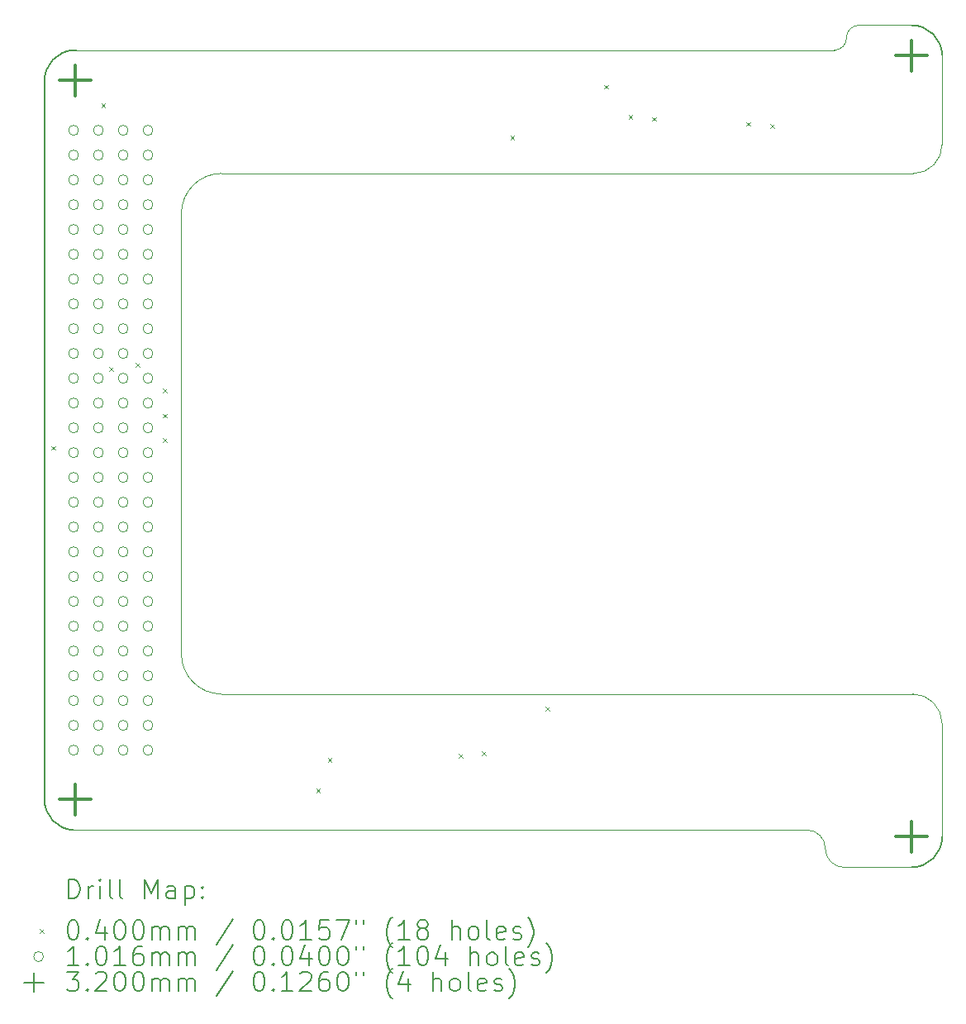
<source format=gbr>
%TF.GenerationSoftware,KiCad,Pcbnew,(6.0.7)*%
%TF.CreationDate,2022-08-26T15:30:51+08:00*%
%TF.ProjectId,adapter_board,61646170-7465-4725-9f62-6f6172642e6b,rev?*%
%TF.SameCoordinates,Original*%
%TF.FileFunction,Drillmap*%
%TF.FilePolarity,Positive*%
%FSLAX45Y45*%
G04 Gerber Fmt 4.5, Leading zero omitted, Abs format (unit mm)*
G04 Created by KiCad (PCBNEW (6.0.7)) date 2022-08-26 15:30:51*
%MOMM*%
%LPD*%
G01*
G04 APERTURE LIST*
%ADD10C,0.100000*%
%ADD11C,0.200000*%
%ADD12C,0.040000*%
%ADD13C,0.101600*%
%ADD14C,0.320000*%
G04 APERTURE END LIST*
D10*
X11337834Y-5223323D02*
X16323584Y-5223323D01*
X12821421Y-6486447D02*
X19907868Y-6487868D01*
D11*
X11309334Y-5223323D02*
X11337834Y-5223323D01*
D10*
X19903947Y-11820000D02*
X12820000Y-11820000D01*
D11*
X19891834Y-13595824D02*
G75*
G03*
X20204334Y-13278322I-2504J315004D01*
G01*
D10*
X12409289Y-11407868D02*
X12409289Y-6898579D01*
X19891834Y-13595822D02*
X19200000Y-13595822D01*
D11*
X11006828Y-12893322D02*
G75*
G03*
X11306835Y-13213322I310002J-9998D01*
G01*
D10*
X19350000Y-4968323D02*
G75*
G03*
X19223323Y-5100000I2500J-129177D01*
G01*
X20202920Y-12121789D02*
G75*
G03*
X19903947Y-11820000I-300380J1409D01*
G01*
D11*
X11309334Y-5223325D02*
G75*
G03*
X11006835Y-5548322I11246J-313745D01*
G01*
D10*
X19006678Y-13400000D02*
G75*
G03*
X19200000Y-13595822I194573J-1250D01*
G01*
X16323584Y-5223323D02*
X19100000Y-5223323D01*
X11306835Y-13213322D02*
X18820000Y-13213322D01*
D11*
X20204328Y-5278323D02*
G75*
G03*
X19889334Y-4968322I-312498J-2498D01*
G01*
D10*
X19889334Y-4968322D02*
X19350000Y-4968322D01*
X19907868Y-6487865D02*
G75*
G03*
X20204335Y-6187868I-1768J298235D01*
G01*
X19100000Y-5223323D02*
G75*
G03*
X19223323Y-5100000I0J123323D01*
G01*
X12821421Y-6486449D02*
G75*
G03*
X12409289Y-6898579I-1J-412131D01*
G01*
D11*
X11006835Y-12893322D02*
X11006835Y-5548323D01*
D10*
X12409290Y-11407868D02*
G75*
G03*
X12820000Y-11820000I411420J-712D01*
G01*
X19006678Y-13400000D02*
G75*
G03*
X18820000Y-13213322I-186678J0D01*
G01*
X20204334Y-13278322D02*
X20202913Y-12121789D01*
X20204335Y-5278322D02*
X20204335Y-6187868D01*
D11*
D12*
X11080000Y-9280000D02*
X11120000Y-9320000D01*
X11120000Y-9280000D02*
X11080000Y-9320000D01*
X11590000Y-5770000D02*
X11630000Y-5810000D01*
X11630000Y-5770000D02*
X11590000Y-5810000D01*
X11670000Y-8470000D02*
X11710000Y-8510000D01*
X11710000Y-8470000D02*
X11670000Y-8510000D01*
X11940000Y-8430000D02*
X11980000Y-8470000D01*
X11980000Y-8430000D02*
X11940000Y-8470000D01*
X12220000Y-8690000D02*
X12260000Y-8730000D01*
X12260000Y-8690000D02*
X12220000Y-8730000D01*
X12220000Y-8950000D02*
X12260000Y-8990000D01*
X12260000Y-8950000D02*
X12220000Y-8990000D01*
X12220000Y-9200000D02*
X12260000Y-9240000D01*
X12260000Y-9200000D02*
X12220000Y-9240000D01*
X13790000Y-12790000D02*
X13830000Y-12830000D01*
X13830000Y-12790000D02*
X13790000Y-12830000D01*
X13910000Y-12477450D02*
X13950000Y-12517450D01*
X13950000Y-12477450D02*
X13910000Y-12517450D01*
X15250000Y-12430000D02*
X15290000Y-12470000D01*
X15290000Y-12430000D02*
X15250000Y-12470000D01*
X15490000Y-12410000D02*
X15530000Y-12450000D01*
X15530000Y-12410000D02*
X15490000Y-12450000D01*
X15780000Y-6100000D02*
X15820000Y-6140000D01*
X15820000Y-6100000D02*
X15780000Y-6140000D01*
X16140000Y-11950000D02*
X16180000Y-11990000D01*
X16180000Y-11950000D02*
X16140000Y-11990000D01*
X16740000Y-5580000D02*
X16780000Y-5620000D01*
X16780000Y-5580000D02*
X16740000Y-5620000D01*
X16990000Y-5890000D02*
X17030000Y-5930000D01*
X17030000Y-5890000D02*
X16990000Y-5930000D01*
X17230000Y-5910000D02*
X17270000Y-5950000D01*
X17270000Y-5910000D02*
X17230000Y-5950000D01*
X18200000Y-5960000D02*
X18240000Y-6000000D01*
X18240000Y-5960000D02*
X18200000Y-6000000D01*
X18440000Y-5980000D02*
X18480000Y-6020000D01*
X18480000Y-5980000D02*
X18440000Y-6020000D01*
D13*
X11355800Y-6045000D02*
G75*
G03*
X11355800Y-6045000I-50800J0D01*
G01*
X11355800Y-6299000D02*
G75*
G03*
X11355800Y-6299000I-50800J0D01*
G01*
X11355800Y-6553000D02*
G75*
G03*
X11355800Y-6553000I-50800J0D01*
G01*
X11355800Y-6807000D02*
G75*
G03*
X11355800Y-6807000I-50800J0D01*
G01*
X11355800Y-7061000D02*
G75*
G03*
X11355800Y-7061000I-50800J0D01*
G01*
X11355800Y-7315000D02*
G75*
G03*
X11355800Y-7315000I-50800J0D01*
G01*
X11355800Y-7569000D02*
G75*
G03*
X11355800Y-7569000I-50800J0D01*
G01*
X11355800Y-7823000D02*
G75*
G03*
X11355800Y-7823000I-50800J0D01*
G01*
X11355800Y-8077000D02*
G75*
G03*
X11355800Y-8077000I-50800J0D01*
G01*
X11355800Y-8331000D02*
G75*
G03*
X11355800Y-8331000I-50800J0D01*
G01*
X11355800Y-8585000D02*
G75*
G03*
X11355800Y-8585000I-50800J0D01*
G01*
X11355800Y-8839000D02*
G75*
G03*
X11355800Y-8839000I-50800J0D01*
G01*
X11355800Y-9093000D02*
G75*
G03*
X11355800Y-9093000I-50800J0D01*
G01*
X11355800Y-9347000D02*
G75*
G03*
X11355800Y-9347000I-50800J0D01*
G01*
X11355800Y-9601000D02*
G75*
G03*
X11355800Y-9601000I-50800J0D01*
G01*
X11355800Y-9855000D02*
G75*
G03*
X11355800Y-9855000I-50800J0D01*
G01*
X11355800Y-10109000D02*
G75*
G03*
X11355800Y-10109000I-50800J0D01*
G01*
X11355800Y-10363000D02*
G75*
G03*
X11355800Y-10363000I-50800J0D01*
G01*
X11355800Y-10617000D02*
G75*
G03*
X11355800Y-10617000I-50800J0D01*
G01*
X11355800Y-10871000D02*
G75*
G03*
X11355800Y-10871000I-50800J0D01*
G01*
X11355800Y-11125000D02*
G75*
G03*
X11355800Y-11125000I-50800J0D01*
G01*
X11355800Y-11379000D02*
G75*
G03*
X11355800Y-11379000I-50800J0D01*
G01*
X11355800Y-11633000D02*
G75*
G03*
X11355800Y-11633000I-50800J0D01*
G01*
X11355800Y-11887000D02*
G75*
G03*
X11355800Y-11887000I-50800J0D01*
G01*
X11355800Y-12141000D02*
G75*
G03*
X11355800Y-12141000I-50800J0D01*
G01*
X11355800Y-12395000D02*
G75*
G03*
X11355800Y-12395000I-50800J0D01*
G01*
X11609800Y-6045000D02*
G75*
G03*
X11609800Y-6045000I-50800J0D01*
G01*
X11609800Y-6299000D02*
G75*
G03*
X11609800Y-6299000I-50800J0D01*
G01*
X11609800Y-6553000D02*
G75*
G03*
X11609800Y-6553000I-50800J0D01*
G01*
X11609800Y-6807000D02*
G75*
G03*
X11609800Y-6807000I-50800J0D01*
G01*
X11609800Y-7061000D02*
G75*
G03*
X11609800Y-7061000I-50800J0D01*
G01*
X11609800Y-7315000D02*
G75*
G03*
X11609800Y-7315000I-50800J0D01*
G01*
X11609800Y-7569000D02*
G75*
G03*
X11609800Y-7569000I-50800J0D01*
G01*
X11609800Y-7823000D02*
G75*
G03*
X11609800Y-7823000I-50800J0D01*
G01*
X11609800Y-8077000D02*
G75*
G03*
X11609800Y-8077000I-50800J0D01*
G01*
X11609800Y-8331000D02*
G75*
G03*
X11609800Y-8331000I-50800J0D01*
G01*
X11609800Y-8585000D02*
G75*
G03*
X11609800Y-8585000I-50800J0D01*
G01*
X11609800Y-8839000D02*
G75*
G03*
X11609800Y-8839000I-50800J0D01*
G01*
X11609800Y-9093000D02*
G75*
G03*
X11609800Y-9093000I-50800J0D01*
G01*
X11609800Y-9347000D02*
G75*
G03*
X11609800Y-9347000I-50800J0D01*
G01*
X11609800Y-9601000D02*
G75*
G03*
X11609800Y-9601000I-50800J0D01*
G01*
X11609800Y-9855000D02*
G75*
G03*
X11609800Y-9855000I-50800J0D01*
G01*
X11609800Y-10109000D02*
G75*
G03*
X11609800Y-10109000I-50800J0D01*
G01*
X11609800Y-10363000D02*
G75*
G03*
X11609800Y-10363000I-50800J0D01*
G01*
X11609800Y-10617000D02*
G75*
G03*
X11609800Y-10617000I-50800J0D01*
G01*
X11609800Y-10871000D02*
G75*
G03*
X11609800Y-10871000I-50800J0D01*
G01*
X11609800Y-11125000D02*
G75*
G03*
X11609800Y-11125000I-50800J0D01*
G01*
X11609800Y-11379000D02*
G75*
G03*
X11609800Y-11379000I-50800J0D01*
G01*
X11609800Y-11633000D02*
G75*
G03*
X11609800Y-11633000I-50800J0D01*
G01*
X11609800Y-11887000D02*
G75*
G03*
X11609800Y-11887000I-50800J0D01*
G01*
X11609800Y-12141000D02*
G75*
G03*
X11609800Y-12141000I-50800J0D01*
G01*
X11609800Y-12395000D02*
G75*
G03*
X11609800Y-12395000I-50800J0D01*
G01*
X11863800Y-6045000D02*
G75*
G03*
X11863800Y-6045000I-50800J0D01*
G01*
X11863800Y-6299000D02*
G75*
G03*
X11863800Y-6299000I-50800J0D01*
G01*
X11863800Y-6553000D02*
G75*
G03*
X11863800Y-6553000I-50800J0D01*
G01*
X11863800Y-6807000D02*
G75*
G03*
X11863800Y-6807000I-50800J0D01*
G01*
X11863800Y-7061000D02*
G75*
G03*
X11863800Y-7061000I-50800J0D01*
G01*
X11863800Y-7315000D02*
G75*
G03*
X11863800Y-7315000I-50800J0D01*
G01*
X11863800Y-7569000D02*
G75*
G03*
X11863800Y-7569000I-50800J0D01*
G01*
X11863800Y-7823000D02*
G75*
G03*
X11863800Y-7823000I-50800J0D01*
G01*
X11863800Y-8077000D02*
G75*
G03*
X11863800Y-8077000I-50800J0D01*
G01*
X11863800Y-8331000D02*
G75*
G03*
X11863800Y-8331000I-50800J0D01*
G01*
X11863800Y-8585000D02*
G75*
G03*
X11863800Y-8585000I-50800J0D01*
G01*
X11863800Y-8839000D02*
G75*
G03*
X11863800Y-8839000I-50800J0D01*
G01*
X11863800Y-9093000D02*
G75*
G03*
X11863800Y-9093000I-50800J0D01*
G01*
X11863800Y-9347000D02*
G75*
G03*
X11863800Y-9347000I-50800J0D01*
G01*
X11863800Y-9601000D02*
G75*
G03*
X11863800Y-9601000I-50800J0D01*
G01*
X11863800Y-9855000D02*
G75*
G03*
X11863800Y-9855000I-50800J0D01*
G01*
X11863800Y-10109000D02*
G75*
G03*
X11863800Y-10109000I-50800J0D01*
G01*
X11863800Y-10363000D02*
G75*
G03*
X11863800Y-10363000I-50800J0D01*
G01*
X11863800Y-10617000D02*
G75*
G03*
X11863800Y-10617000I-50800J0D01*
G01*
X11863800Y-10871000D02*
G75*
G03*
X11863800Y-10871000I-50800J0D01*
G01*
X11863800Y-11125000D02*
G75*
G03*
X11863800Y-11125000I-50800J0D01*
G01*
X11863800Y-11379000D02*
G75*
G03*
X11863800Y-11379000I-50800J0D01*
G01*
X11863800Y-11633000D02*
G75*
G03*
X11863800Y-11633000I-50800J0D01*
G01*
X11863800Y-11887000D02*
G75*
G03*
X11863800Y-11887000I-50800J0D01*
G01*
X11863800Y-12141000D02*
G75*
G03*
X11863800Y-12141000I-50800J0D01*
G01*
X11863800Y-12395000D02*
G75*
G03*
X11863800Y-12395000I-50800J0D01*
G01*
X12117800Y-6045000D02*
G75*
G03*
X12117800Y-6045000I-50800J0D01*
G01*
X12117800Y-6299000D02*
G75*
G03*
X12117800Y-6299000I-50800J0D01*
G01*
X12117800Y-6553000D02*
G75*
G03*
X12117800Y-6553000I-50800J0D01*
G01*
X12117800Y-6807000D02*
G75*
G03*
X12117800Y-6807000I-50800J0D01*
G01*
X12117800Y-7061000D02*
G75*
G03*
X12117800Y-7061000I-50800J0D01*
G01*
X12117800Y-7315000D02*
G75*
G03*
X12117800Y-7315000I-50800J0D01*
G01*
X12117800Y-7569000D02*
G75*
G03*
X12117800Y-7569000I-50800J0D01*
G01*
X12117800Y-7823000D02*
G75*
G03*
X12117800Y-7823000I-50800J0D01*
G01*
X12117800Y-8077000D02*
G75*
G03*
X12117800Y-8077000I-50800J0D01*
G01*
X12117800Y-8331000D02*
G75*
G03*
X12117800Y-8331000I-50800J0D01*
G01*
X12117800Y-8585000D02*
G75*
G03*
X12117800Y-8585000I-50800J0D01*
G01*
X12117800Y-8839000D02*
G75*
G03*
X12117800Y-8839000I-50800J0D01*
G01*
X12117800Y-9093000D02*
G75*
G03*
X12117800Y-9093000I-50800J0D01*
G01*
X12117800Y-9347000D02*
G75*
G03*
X12117800Y-9347000I-50800J0D01*
G01*
X12117800Y-9601000D02*
G75*
G03*
X12117800Y-9601000I-50800J0D01*
G01*
X12117800Y-9855000D02*
G75*
G03*
X12117800Y-9855000I-50800J0D01*
G01*
X12117800Y-10109000D02*
G75*
G03*
X12117800Y-10109000I-50800J0D01*
G01*
X12117800Y-10363000D02*
G75*
G03*
X12117800Y-10363000I-50800J0D01*
G01*
X12117800Y-10617000D02*
G75*
G03*
X12117800Y-10617000I-50800J0D01*
G01*
X12117800Y-10871000D02*
G75*
G03*
X12117800Y-10871000I-50800J0D01*
G01*
X12117800Y-11125000D02*
G75*
G03*
X12117800Y-11125000I-50800J0D01*
G01*
X12117800Y-11379000D02*
G75*
G03*
X12117800Y-11379000I-50800J0D01*
G01*
X12117800Y-11633000D02*
G75*
G03*
X12117800Y-11633000I-50800J0D01*
G01*
X12117800Y-11887000D02*
G75*
G03*
X12117800Y-11887000I-50800J0D01*
G01*
X12117800Y-12141000D02*
G75*
G03*
X12117800Y-12141000I-50800J0D01*
G01*
X12117800Y-12395000D02*
G75*
G03*
X12117800Y-12395000I-50800J0D01*
G01*
D14*
X11318334Y-5375322D02*
X11318334Y-5695322D01*
X11158334Y-5535322D02*
X11478334Y-5535322D01*
X11318334Y-12741322D02*
X11318334Y-13061322D01*
X11158334Y-12901322D02*
X11478334Y-12901322D01*
X19891334Y-5121322D02*
X19891334Y-5441322D01*
X19731334Y-5281322D02*
X20051334Y-5281322D01*
X19891334Y-13122322D02*
X19891334Y-13442322D01*
X19731334Y-13282322D02*
X20051334Y-13282322D01*
D11*
X11254252Y-13916299D02*
X11254252Y-13716299D01*
X11301871Y-13716299D01*
X11330443Y-13725822D01*
X11349490Y-13744870D01*
X11359014Y-13763918D01*
X11368538Y-13802013D01*
X11368538Y-13830584D01*
X11359014Y-13868680D01*
X11349490Y-13887727D01*
X11330443Y-13906775D01*
X11301871Y-13916299D01*
X11254252Y-13916299D01*
X11454252Y-13916299D02*
X11454252Y-13782965D01*
X11454252Y-13821060D02*
X11463776Y-13802013D01*
X11473300Y-13792489D01*
X11492348Y-13782965D01*
X11511395Y-13782965D01*
X11578062Y-13916299D02*
X11578062Y-13782965D01*
X11578062Y-13716299D02*
X11568538Y-13725822D01*
X11578062Y-13735346D01*
X11587586Y-13725822D01*
X11578062Y-13716299D01*
X11578062Y-13735346D01*
X11701871Y-13916299D02*
X11682824Y-13906775D01*
X11673300Y-13887727D01*
X11673300Y-13716299D01*
X11806633Y-13916299D02*
X11787586Y-13906775D01*
X11778062Y-13887727D01*
X11778062Y-13716299D01*
X12035205Y-13916299D02*
X12035205Y-13716299D01*
X12101871Y-13859156D01*
X12168538Y-13716299D01*
X12168538Y-13916299D01*
X12349490Y-13916299D02*
X12349490Y-13811537D01*
X12339967Y-13792489D01*
X12320919Y-13782965D01*
X12282824Y-13782965D01*
X12263776Y-13792489D01*
X12349490Y-13906775D02*
X12330443Y-13916299D01*
X12282824Y-13916299D01*
X12263776Y-13906775D01*
X12254252Y-13887727D01*
X12254252Y-13868680D01*
X12263776Y-13849632D01*
X12282824Y-13840108D01*
X12330443Y-13840108D01*
X12349490Y-13830584D01*
X12444729Y-13782965D02*
X12444729Y-13982965D01*
X12444729Y-13792489D02*
X12463776Y-13782965D01*
X12501871Y-13782965D01*
X12520919Y-13792489D01*
X12530443Y-13802013D01*
X12539967Y-13821060D01*
X12539967Y-13878203D01*
X12530443Y-13897251D01*
X12520919Y-13906775D01*
X12501871Y-13916299D01*
X12463776Y-13916299D01*
X12444729Y-13906775D01*
X12625681Y-13897251D02*
X12635205Y-13906775D01*
X12625681Y-13916299D01*
X12616157Y-13906775D01*
X12625681Y-13897251D01*
X12625681Y-13916299D01*
X12625681Y-13792489D02*
X12635205Y-13802013D01*
X12625681Y-13811537D01*
X12616157Y-13802013D01*
X12625681Y-13792489D01*
X12625681Y-13811537D01*
D12*
X10956633Y-14225822D02*
X10996633Y-14265822D01*
X10996633Y-14225822D02*
X10956633Y-14265822D01*
D11*
X11292348Y-14136299D02*
X11311395Y-14136299D01*
X11330443Y-14145822D01*
X11339967Y-14155346D01*
X11349490Y-14174394D01*
X11359014Y-14212489D01*
X11359014Y-14260108D01*
X11349490Y-14298203D01*
X11339967Y-14317251D01*
X11330443Y-14326775D01*
X11311395Y-14336299D01*
X11292348Y-14336299D01*
X11273300Y-14326775D01*
X11263776Y-14317251D01*
X11254252Y-14298203D01*
X11244729Y-14260108D01*
X11244729Y-14212489D01*
X11254252Y-14174394D01*
X11263776Y-14155346D01*
X11273300Y-14145822D01*
X11292348Y-14136299D01*
X11444729Y-14317251D02*
X11454252Y-14326775D01*
X11444729Y-14336299D01*
X11435205Y-14326775D01*
X11444729Y-14317251D01*
X11444729Y-14336299D01*
X11625681Y-14202965D02*
X11625681Y-14336299D01*
X11578062Y-14126775D02*
X11530443Y-14269632D01*
X11654252Y-14269632D01*
X11768538Y-14136299D02*
X11787586Y-14136299D01*
X11806633Y-14145822D01*
X11816157Y-14155346D01*
X11825681Y-14174394D01*
X11835205Y-14212489D01*
X11835205Y-14260108D01*
X11825681Y-14298203D01*
X11816157Y-14317251D01*
X11806633Y-14326775D01*
X11787586Y-14336299D01*
X11768538Y-14336299D01*
X11749490Y-14326775D01*
X11739967Y-14317251D01*
X11730443Y-14298203D01*
X11720919Y-14260108D01*
X11720919Y-14212489D01*
X11730443Y-14174394D01*
X11739967Y-14155346D01*
X11749490Y-14145822D01*
X11768538Y-14136299D01*
X11959014Y-14136299D02*
X11978062Y-14136299D01*
X11997109Y-14145822D01*
X12006633Y-14155346D01*
X12016157Y-14174394D01*
X12025681Y-14212489D01*
X12025681Y-14260108D01*
X12016157Y-14298203D01*
X12006633Y-14317251D01*
X11997109Y-14326775D01*
X11978062Y-14336299D01*
X11959014Y-14336299D01*
X11939967Y-14326775D01*
X11930443Y-14317251D01*
X11920919Y-14298203D01*
X11911395Y-14260108D01*
X11911395Y-14212489D01*
X11920919Y-14174394D01*
X11930443Y-14155346D01*
X11939967Y-14145822D01*
X11959014Y-14136299D01*
X12111395Y-14336299D02*
X12111395Y-14202965D01*
X12111395Y-14222013D02*
X12120919Y-14212489D01*
X12139967Y-14202965D01*
X12168538Y-14202965D01*
X12187586Y-14212489D01*
X12197109Y-14231537D01*
X12197109Y-14336299D01*
X12197109Y-14231537D02*
X12206633Y-14212489D01*
X12225681Y-14202965D01*
X12254252Y-14202965D01*
X12273300Y-14212489D01*
X12282824Y-14231537D01*
X12282824Y-14336299D01*
X12378062Y-14336299D02*
X12378062Y-14202965D01*
X12378062Y-14222013D02*
X12387586Y-14212489D01*
X12406633Y-14202965D01*
X12435205Y-14202965D01*
X12454252Y-14212489D01*
X12463776Y-14231537D01*
X12463776Y-14336299D01*
X12463776Y-14231537D02*
X12473300Y-14212489D01*
X12492348Y-14202965D01*
X12520919Y-14202965D01*
X12539967Y-14212489D01*
X12549490Y-14231537D01*
X12549490Y-14336299D01*
X12939967Y-14126775D02*
X12768538Y-14383918D01*
X13197109Y-14136299D02*
X13216157Y-14136299D01*
X13235205Y-14145822D01*
X13244729Y-14155346D01*
X13254252Y-14174394D01*
X13263776Y-14212489D01*
X13263776Y-14260108D01*
X13254252Y-14298203D01*
X13244729Y-14317251D01*
X13235205Y-14326775D01*
X13216157Y-14336299D01*
X13197109Y-14336299D01*
X13178062Y-14326775D01*
X13168538Y-14317251D01*
X13159014Y-14298203D01*
X13149490Y-14260108D01*
X13149490Y-14212489D01*
X13159014Y-14174394D01*
X13168538Y-14155346D01*
X13178062Y-14145822D01*
X13197109Y-14136299D01*
X13349490Y-14317251D02*
X13359014Y-14326775D01*
X13349490Y-14336299D01*
X13339967Y-14326775D01*
X13349490Y-14317251D01*
X13349490Y-14336299D01*
X13482824Y-14136299D02*
X13501871Y-14136299D01*
X13520919Y-14145822D01*
X13530443Y-14155346D01*
X13539967Y-14174394D01*
X13549490Y-14212489D01*
X13549490Y-14260108D01*
X13539967Y-14298203D01*
X13530443Y-14317251D01*
X13520919Y-14326775D01*
X13501871Y-14336299D01*
X13482824Y-14336299D01*
X13463776Y-14326775D01*
X13454252Y-14317251D01*
X13444729Y-14298203D01*
X13435205Y-14260108D01*
X13435205Y-14212489D01*
X13444729Y-14174394D01*
X13454252Y-14155346D01*
X13463776Y-14145822D01*
X13482824Y-14136299D01*
X13739967Y-14336299D02*
X13625681Y-14336299D01*
X13682824Y-14336299D02*
X13682824Y-14136299D01*
X13663776Y-14164870D01*
X13644729Y-14183918D01*
X13625681Y-14193441D01*
X13920919Y-14136299D02*
X13825681Y-14136299D01*
X13816157Y-14231537D01*
X13825681Y-14222013D01*
X13844729Y-14212489D01*
X13892348Y-14212489D01*
X13911395Y-14222013D01*
X13920919Y-14231537D01*
X13930443Y-14250584D01*
X13930443Y-14298203D01*
X13920919Y-14317251D01*
X13911395Y-14326775D01*
X13892348Y-14336299D01*
X13844729Y-14336299D01*
X13825681Y-14326775D01*
X13816157Y-14317251D01*
X13997109Y-14136299D02*
X14130443Y-14136299D01*
X14044729Y-14336299D01*
X14197109Y-14136299D02*
X14197109Y-14174394D01*
X14273300Y-14136299D02*
X14273300Y-14174394D01*
X14568538Y-14412489D02*
X14559014Y-14402965D01*
X14539967Y-14374394D01*
X14530443Y-14355346D01*
X14520919Y-14326775D01*
X14511395Y-14279156D01*
X14511395Y-14241060D01*
X14520919Y-14193441D01*
X14530443Y-14164870D01*
X14539967Y-14145822D01*
X14559014Y-14117251D01*
X14568538Y-14107727D01*
X14749490Y-14336299D02*
X14635205Y-14336299D01*
X14692348Y-14336299D02*
X14692348Y-14136299D01*
X14673300Y-14164870D01*
X14654252Y-14183918D01*
X14635205Y-14193441D01*
X14863776Y-14222013D02*
X14844729Y-14212489D01*
X14835205Y-14202965D01*
X14825681Y-14183918D01*
X14825681Y-14174394D01*
X14835205Y-14155346D01*
X14844729Y-14145822D01*
X14863776Y-14136299D01*
X14901871Y-14136299D01*
X14920919Y-14145822D01*
X14930443Y-14155346D01*
X14939967Y-14174394D01*
X14939967Y-14183918D01*
X14930443Y-14202965D01*
X14920919Y-14212489D01*
X14901871Y-14222013D01*
X14863776Y-14222013D01*
X14844729Y-14231537D01*
X14835205Y-14241060D01*
X14825681Y-14260108D01*
X14825681Y-14298203D01*
X14835205Y-14317251D01*
X14844729Y-14326775D01*
X14863776Y-14336299D01*
X14901871Y-14336299D01*
X14920919Y-14326775D01*
X14930443Y-14317251D01*
X14939967Y-14298203D01*
X14939967Y-14260108D01*
X14930443Y-14241060D01*
X14920919Y-14231537D01*
X14901871Y-14222013D01*
X15178062Y-14336299D02*
X15178062Y-14136299D01*
X15263776Y-14336299D02*
X15263776Y-14231537D01*
X15254252Y-14212489D01*
X15235205Y-14202965D01*
X15206633Y-14202965D01*
X15187586Y-14212489D01*
X15178062Y-14222013D01*
X15387586Y-14336299D02*
X15368538Y-14326775D01*
X15359014Y-14317251D01*
X15349490Y-14298203D01*
X15349490Y-14241060D01*
X15359014Y-14222013D01*
X15368538Y-14212489D01*
X15387586Y-14202965D01*
X15416157Y-14202965D01*
X15435205Y-14212489D01*
X15444729Y-14222013D01*
X15454252Y-14241060D01*
X15454252Y-14298203D01*
X15444729Y-14317251D01*
X15435205Y-14326775D01*
X15416157Y-14336299D01*
X15387586Y-14336299D01*
X15568538Y-14336299D02*
X15549490Y-14326775D01*
X15539967Y-14307727D01*
X15539967Y-14136299D01*
X15720919Y-14326775D02*
X15701871Y-14336299D01*
X15663776Y-14336299D01*
X15644729Y-14326775D01*
X15635205Y-14307727D01*
X15635205Y-14231537D01*
X15644729Y-14212489D01*
X15663776Y-14202965D01*
X15701871Y-14202965D01*
X15720919Y-14212489D01*
X15730443Y-14231537D01*
X15730443Y-14250584D01*
X15635205Y-14269632D01*
X15806633Y-14326775D02*
X15825681Y-14336299D01*
X15863776Y-14336299D01*
X15882824Y-14326775D01*
X15892348Y-14307727D01*
X15892348Y-14298203D01*
X15882824Y-14279156D01*
X15863776Y-14269632D01*
X15835205Y-14269632D01*
X15816157Y-14260108D01*
X15806633Y-14241060D01*
X15806633Y-14231537D01*
X15816157Y-14212489D01*
X15835205Y-14202965D01*
X15863776Y-14202965D01*
X15882824Y-14212489D01*
X15959014Y-14412489D02*
X15968538Y-14402965D01*
X15987586Y-14374394D01*
X15997109Y-14355346D01*
X16006633Y-14326775D01*
X16016157Y-14279156D01*
X16016157Y-14241060D01*
X16006633Y-14193441D01*
X15997109Y-14164870D01*
X15987586Y-14145822D01*
X15968538Y-14117251D01*
X15959014Y-14107727D01*
D13*
X10996633Y-14509822D02*
G75*
G03*
X10996633Y-14509822I-50800J0D01*
G01*
D11*
X11359014Y-14600299D02*
X11244729Y-14600299D01*
X11301871Y-14600299D02*
X11301871Y-14400299D01*
X11282824Y-14428870D01*
X11263776Y-14447918D01*
X11244729Y-14457441D01*
X11444729Y-14581251D02*
X11454252Y-14590775D01*
X11444729Y-14600299D01*
X11435205Y-14590775D01*
X11444729Y-14581251D01*
X11444729Y-14600299D01*
X11578062Y-14400299D02*
X11597109Y-14400299D01*
X11616157Y-14409822D01*
X11625681Y-14419346D01*
X11635205Y-14438394D01*
X11644729Y-14476489D01*
X11644729Y-14524108D01*
X11635205Y-14562203D01*
X11625681Y-14581251D01*
X11616157Y-14590775D01*
X11597109Y-14600299D01*
X11578062Y-14600299D01*
X11559014Y-14590775D01*
X11549490Y-14581251D01*
X11539967Y-14562203D01*
X11530443Y-14524108D01*
X11530443Y-14476489D01*
X11539967Y-14438394D01*
X11549490Y-14419346D01*
X11559014Y-14409822D01*
X11578062Y-14400299D01*
X11835205Y-14600299D02*
X11720919Y-14600299D01*
X11778062Y-14600299D02*
X11778062Y-14400299D01*
X11759014Y-14428870D01*
X11739967Y-14447918D01*
X11720919Y-14457441D01*
X12006633Y-14400299D02*
X11968538Y-14400299D01*
X11949490Y-14409822D01*
X11939967Y-14419346D01*
X11920919Y-14447918D01*
X11911395Y-14486013D01*
X11911395Y-14562203D01*
X11920919Y-14581251D01*
X11930443Y-14590775D01*
X11949490Y-14600299D01*
X11987586Y-14600299D01*
X12006633Y-14590775D01*
X12016157Y-14581251D01*
X12025681Y-14562203D01*
X12025681Y-14514584D01*
X12016157Y-14495537D01*
X12006633Y-14486013D01*
X11987586Y-14476489D01*
X11949490Y-14476489D01*
X11930443Y-14486013D01*
X11920919Y-14495537D01*
X11911395Y-14514584D01*
X12111395Y-14600299D02*
X12111395Y-14466965D01*
X12111395Y-14486013D02*
X12120919Y-14476489D01*
X12139967Y-14466965D01*
X12168538Y-14466965D01*
X12187586Y-14476489D01*
X12197109Y-14495537D01*
X12197109Y-14600299D01*
X12197109Y-14495537D02*
X12206633Y-14476489D01*
X12225681Y-14466965D01*
X12254252Y-14466965D01*
X12273300Y-14476489D01*
X12282824Y-14495537D01*
X12282824Y-14600299D01*
X12378062Y-14600299D02*
X12378062Y-14466965D01*
X12378062Y-14486013D02*
X12387586Y-14476489D01*
X12406633Y-14466965D01*
X12435205Y-14466965D01*
X12454252Y-14476489D01*
X12463776Y-14495537D01*
X12463776Y-14600299D01*
X12463776Y-14495537D02*
X12473300Y-14476489D01*
X12492348Y-14466965D01*
X12520919Y-14466965D01*
X12539967Y-14476489D01*
X12549490Y-14495537D01*
X12549490Y-14600299D01*
X12939967Y-14390775D02*
X12768538Y-14647918D01*
X13197109Y-14400299D02*
X13216157Y-14400299D01*
X13235205Y-14409822D01*
X13244729Y-14419346D01*
X13254252Y-14438394D01*
X13263776Y-14476489D01*
X13263776Y-14524108D01*
X13254252Y-14562203D01*
X13244729Y-14581251D01*
X13235205Y-14590775D01*
X13216157Y-14600299D01*
X13197109Y-14600299D01*
X13178062Y-14590775D01*
X13168538Y-14581251D01*
X13159014Y-14562203D01*
X13149490Y-14524108D01*
X13149490Y-14476489D01*
X13159014Y-14438394D01*
X13168538Y-14419346D01*
X13178062Y-14409822D01*
X13197109Y-14400299D01*
X13349490Y-14581251D02*
X13359014Y-14590775D01*
X13349490Y-14600299D01*
X13339967Y-14590775D01*
X13349490Y-14581251D01*
X13349490Y-14600299D01*
X13482824Y-14400299D02*
X13501871Y-14400299D01*
X13520919Y-14409822D01*
X13530443Y-14419346D01*
X13539967Y-14438394D01*
X13549490Y-14476489D01*
X13549490Y-14524108D01*
X13539967Y-14562203D01*
X13530443Y-14581251D01*
X13520919Y-14590775D01*
X13501871Y-14600299D01*
X13482824Y-14600299D01*
X13463776Y-14590775D01*
X13454252Y-14581251D01*
X13444729Y-14562203D01*
X13435205Y-14524108D01*
X13435205Y-14476489D01*
X13444729Y-14438394D01*
X13454252Y-14419346D01*
X13463776Y-14409822D01*
X13482824Y-14400299D01*
X13720919Y-14466965D02*
X13720919Y-14600299D01*
X13673300Y-14390775D02*
X13625681Y-14533632D01*
X13749490Y-14533632D01*
X13863776Y-14400299D02*
X13882824Y-14400299D01*
X13901871Y-14409822D01*
X13911395Y-14419346D01*
X13920919Y-14438394D01*
X13930443Y-14476489D01*
X13930443Y-14524108D01*
X13920919Y-14562203D01*
X13911395Y-14581251D01*
X13901871Y-14590775D01*
X13882824Y-14600299D01*
X13863776Y-14600299D01*
X13844729Y-14590775D01*
X13835205Y-14581251D01*
X13825681Y-14562203D01*
X13816157Y-14524108D01*
X13816157Y-14476489D01*
X13825681Y-14438394D01*
X13835205Y-14419346D01*
X13844729Y-14409822D01*
X13863776Y-14400299D01*
X14054252Y-14400299D02*
X14073300Y-14400299D01*
X14092348Y-14409822D01*
X14101871Y-14419346D01*
X14111395Y-14438394D01*
X14120919Y-14476489D01*
X14120919Y-14524108D01*
X14111395Y-14562203D01*
X14101871Y-14581251D01*
X14092348Y-14590775D01*
X14073300Y-14600299D01*
X14054252Y-14600299D01*
X14035205Y-14590775D01*
X14025681Y-14581251D01*
X14016157Y-14562203D01*
X14006633Y-14524108D01*
X14006633Y-14476489D01*
X14016157Y-14438394D01*
X14025681Y-14419346D01*
X14035205Y-14409822D01*
X14054252Y-14400299D01*
X14197109Y-14400299D02*
X14197109Y-14438394D01*
X14273300Y-14400299D02*
X14273300Y-14438394D01*
X14568538Y-14676489D02*
X14559014Y-14666965D01*
X14539967Y-14638394D01*
X14530443Y-14619346D01*
X14520919Y-14590775D01*
X14511395Y-14543156D01*
X14511395Y-14505060D01*
X14520919Y-14457441D01*
X14530443Y-14428870D01*
X14539967Y-14409822D01*
X14559014Y-14381251D01*
X14568538Y-14371727D01*
X14749490Y-14600299D02*
X14635205Y-14600299D01*
X14692348Y-14600299D02*
X14692348Y-14400299D01*
X14673300Y-14428870D01*
X14654252Y-14447918D01*
X14635205Y-14457441D01*
X14873300Y-14400299D02*
X14892348Y-14400299D01*
X14911395Y-14409822D01*
X14920919Y-14419346D01*
X14930443Y-14438394D01*
X14939967Y-14476489D01*
X14939967Y-14524108D01*
X14930443Y-14562203D01*
X14920919Y-14581251D01*
X14911395Y-14590775D01*
X14892348Y-14600299D01*
X14873300Y-14600299D01*
X14854252Y-14590775D01*
X14844729Y-14581251D01*
X14835205Y-14562203D01*
X14825681Y-14524108D01*
X14825681Y-14476489D01*
X14835205Y-14438394D01*
X14844729Y-14419346D01*
X14854252Y-14409822D01*
X14873300Y-14400299D01*
X15111395Y-14466965D02*
X15111395Y-14600299D01*
X15063776Y-14390775D02*
X15016157Y-14533632D01*
X15139967Y-14533632D01*
X15368538Y-14600299D02*
X15368538Y-14400299D01*
X15454252Y-14600299D02*
X15454252Y-14495537D01*
X15444729Y-14476489D01*
X15425681Y-14466965D01*
X15397109Y-14466965D01*
X15378062Y-14476489D01*
X15368538Y-14486013D01*
X15578062Y-14600299D02*
X15559014Y-14590775D01*
X15549490Y-14581251D01*
X15539967Y-14562203D01*
X15539967Y-14505060D01*
X15549490Y-14486013D01*
X15559014Y-14476489D01*
X15578062Y-14466965D01*
X15606633Y-14466965D01*
X15625681Y-14476489D01*
X15635205Y-14486013D01*
X15644729Y-14505060D01*
X15644729Y-14562203D01*
X15635205Y-14581251D01*
X15625681Y-14590775D01*
X15606633Y-14600299D01*
X15578062Y-14600299D01*
X15759014Y-14600299D02*
X15739967Y-14590775D01*
X15730443Y-14571727D01*
X15730443Y-14400299D01*
X15911395Y-14590775D02*
X15892348Y-14600299D01*
X15854252Y-14600299D01*
X15835205Y-14590775D01*
X15825681Y-14571727D01*
X15825681Y-14495537D01*
X15835205Y-14476489D01*
X15854252Y-14466965D01*
X15892348Y-14466965D01*
X15911395Y-14476489D01*
X15920919Y-14495537D01*
X15920919Y-14514584D01*
X15825681Y-14533632D01*
X15997109Y-14590775D02*
X16016157Y-14600299D01*
X16054252Y-14600299D01*
X16073300Y-14590775D01*
X16082824Y-14571727D01*
X16082824Y-14562203D01*
X16073300Y-14543156D01*
X16054252Y-14533632D01*
X16025681Y-14533632D01*
X16006633Y-14524108D01*
X15997109Y-14505060D01*
X15997109Y-14495537D01*
X16006633Y-14476489D01*
X16025681Y-14466965D01*
X16054252Y-14466965D01*
X16073300Y-14476489D01*
X16149490Y-14676489D02*
X16159014Y-14666965D01*
X16178062Y-14638394D01*
X16187586Y-14619346D01*
X16197109Y-14590775D01*
X16206633Y-14543156D01*
X16206633Y-14505060D01*
X16197109Y-14457441D01*
X16187586Y-14428870D01*
X16178062Y-14409822D01*
X16159014Y-14381251D01*
X16149490Y-14371727D01*
X10896633Y-14673822D02*
X10896633Y-14873822D01*
X10796633Y-14773822D02*
X10996633Y-14773822D01*
X11235205Y-14664299D02*
X11359014Y-14664299D01*
X11292348Y-14740489D01*
X11320919Y-14740489D01*
X11339967Y-14750013D01*
X11349490Y-14759537D01*
X11359014Y-14778584D01*
X11359014Y-14826203D01*
X11349490Y-14845251D01*
X11339967Y-14854775D01*
X11320919Y-14864299D01*
X11263776Y-14864299D01*
X11244729Y-14854775D01*
X11235205Y-14845251D01*
X11444729Y-14845251D02*
X11454252Y-14854775D01*
X11444729Y-14864299D01*
X11435205Y-14854775D01*
X11444729Y-14845251D01*
X11444729Y-14864299D01*
X11530443Y-14683346D02*
X11539967Y-14673822D01*
X11559014Y-14664299D01*
X11606633Y-14664299D01*
X11625681Y-14673822D01*
X11635205Y-14683346D01*
X11644729Y-14702394D01*
X11644729Y-14721441D01*
X11635205Y-14750013D01*
X11520919Y-14864299D01*
X11644729Y-14864299D01*
X11768538Y-14664299D02*
X11787586Y-14664299D01*
X11806633Y-14673822D01*
X11816157Y-14683346D01*
X11825681Y-14702394D01*
X11835205Y-14740489D01*
X11835205Y-14788108D01*
X11825681Y-14826203D01*
X11816157Y-14845251D01*
X11806633Y-14854775D01*
X11787586Y-14864299D01*
X11768538Y-14864299D01*
X11749490Y-14854775D01*
X11739967Y-14845251D01*
X11730443Y-14826203D01*
X11720919Y-14788108D01*
X11720919Y-14740489D01*
X11730443Y-14702394D01*
X11739967Y-14683346D01*
X11749490Y-14673822D01*
X11768538Y-14664299D01*
X11959014Y-14664299D02*
X11978062Y-14664299D01*
X11997109Y-14673822D01*
X12006633Y-14683346D01*
X12016157Y-14702394D01*
X12025681Y-14740489D01*
X12025681Y-14788108D01*
X12016157Y-14826203D01*
X12006633Y-14845251D01*
X11997109Y-14854775D01*
X11978062Y-14864299D01*
X11959014Y-14864299D01*
X11939967Y-14854775D01*
X11930443Y-14845251D01*
X11920919Y-14826203D01*
X11911395Y-14788108D01*
X11911395Y-14740489D01*
X11920919Y-14702394D01*
X11930443Y-14683346D01*
X11939967Y-14673822D01*
X11959014Y-14664299D01*
X12111395Y-14864299D02*
X12111395Y-14730965D01*
X12111395Y-14750013D02*
X12120919Y-14740489D01*
X12139967Y-14730965D01*
X12168538Y-14730965D01*
X12187586Y-14740489D01*
X12197109Y-14759537D01*
X12197109Y-14864299D01*
X12197109Y-14759537D02*
X12206633Y-14740489D01*
X12225681Y-14730965D01*
X12254252Y-14730965D01*
X12273300Y-14740489D01*
X12282824Y-14759537D01*
X12282824Y-14864299D01*
X12378062Y-14864299D02*
X12378062Y-14730965D01*
X12378062Y-14750013D02*
X12387586Y-14740489D01*
X12406633Y-14730965D01*
X12435205Y-14730965D01*
X12454252Y-14740489D01*
X12463776Y-14759537D01*
X12463776Y-14864299D01*
X12463776Y-14759537D02*
X12473300Y-14740489D01*
X12492348Y-14730965D01*
X12520919Y-14730965D01*
X12539967Y-14740489D01*
X12549490Y-14759537D01*
X12549490Y-14864299D01*
X12939967Y-14654775D02*
X12768538Y-14911918D01*
X13197109Y-14664299D02*
X13216157Y-14664299D01*
X13235205Y-14673822D01*
X13244729Y-14683346D01*
X13254252Y-14702394D01*
X13263776Y-14740489D01*
X13263776Y-14788108D01*
X13254252Y-14826203D01*
X13244729Y-14845251D01*
X13235205Y-14854775D01*
X13216157Y-14864299D01*
X13197109Y-14864299D01*
X13178062Y-14854775D01*
X13168538Y-14845251D01*
X13159014Y-14826203D01*
X13149490Y-14788108D01*
X13149490Y-14740489D01*
X13159014Y-14702394D01*
X13168538Y-14683346D01*
X13178062Y-14673822D01*
X13197109Y-14664299D01*
X13349490Y-14845251D02*
X13359014Y-14854775D01*
X13349490Y-14864299D01*
X13339967Y-14854775D01*
X13349490Y-14845251D01*
X13349490Y-14864299D01*
X13549490Y-14864299D02*
X13435205Y-14864299D01*
X13492348Y-14864299D02*
X13492348Y-14664299D01*
X13473300Y-14692870D01*
X13454252Y-14711918D01*
X13435205Y-14721441D01*
X13625681Y-14683346D02*
X13635205Y-14673822D01*
X13654252Y-14664299D01*
X13701871Y-14664299D01*
X13720919Y-14673822D01*
X13730443Y-14683346D01*
X13739967Y-14702394D01*
X13739967Y-14721441D01*
X13730443Y-14750013D01*
X13616157Y-14864299D01*
X13739967Y-14864299D01*
X13911395Y-14664299D02*
X13873300Y-14664299D01*
X13854252Y-14673822D01*
X13844729Y-14683346D01*
X13825681Y-14711918D01*
X13816157Y-14750013D01*
X13816157Y-14826203D01*
X13825681Y-14845251D01*
X13835205Y-14854775D01*
X13854252Y-14864299D01*
X13892348Y-14864299D01*
X13911395Y-14854775D01*
X13920919Y-14845251D01*
X13930443Y-14826203D01*
X13930443Y-14778584D01*
X13920919Y-14759537D01*
X13911395Y-14750013D01*
X13892348Y-14740489D01*
X13854252Y-14740489D01*
X13835205Y-14750013D01*
X13825681Y-14759537D01*
X13816157Y-14778584D01*
X14054252Y-14664299D02*
X14073300Y-14664299D01*
X14092348Y-14673822D01*
X14101871Y-14683346D01*
X14111395Y-14702394D01*
X14120919Y-14740489D01*
X14120919Y-14788108D01*
X14111395Y-14826203D01*
X14101871Y-14845251D01*
X14092348Y-14854775D01*
X14073300Y-14864299D01*
X14054252Y-14864299D01*
X14035205Y-14854775D01*
X14025681Y-14845251D01*
X14016157Y-14826203D01*
X14006633Y-14788108D01*
X14006633Y-14740489D01*
X14016157Y-14702394D01*
X14025681Y-14683346D01*
X14035205Y-14673822D01*
X14054252Y-14664299D01*
X14197109Y-14664299D02*
X14197109Y-14702394D01*
X14273300Y-14664299D02*
X14273300Y-14702394D01*
X14568538Y-14940489D02*
X14559014Y-14930965D01*
X14539967Y-14902394D01*
X14530443Y-14883346D01*
X14520919Y-14854775D01*
X14511395Y-14807156D01*
X14511395Y-14769060D01*
X14520919Y-14721441D01*
X14530443Y-14692870D01*
X14539967Y-14673822D01*
X14559014Y-14645251D01*
X14568538Y-14635727D01*
X14730443Y-14730965D02*
X14730443Y-14864299D01*
X14682824Y-14654775D02*
X14635205Y-14797632D01*
X14759014Y-14797632D01*
X14987586Y-14864299D02*
X14987586Y-14664299D01*
X15073300Y-14864299D02*
X15073300Y-14759537D01*
X15063776Y-14740489D01*
X15044729Y-14730965D01*
X15016157Y-14730965D01*
X14997109Y-14740489D01*
X14987586Y-14750013D01*
X15197109Y-14864299D02*
X15178062Y-14854775D01*
X15168538Y-14845251D01*
X15159014Y-14826203D01*
X15159014Y-14769060D01*
X15168538Y-14750013D01*
X15178062Y-14740489D01*
X15197109Y-14730965D01*
X15225681Y-14730965D01*
X15244729Y-14740489D01*
X15254252Y-14750013D01*
X15263776Y-14769060D01*
X15263776Y-14826203D01*
X15254252Y-14845251D01*
X15244729Y-14854775D01*
X15225681Y-14864299D01*
X15197109Y-14864299D01*
X15378062Y-14864299D02*
X15359014Y-14854775D01*
X15349490Y-14835727D01*
X15349490Y-14664299D01*
X15530443Y-14854775D02*
X15511395Y-14864299D01*
X15473300Y-14864299D01*
X15454252Y-14854775D01*
X15444729Y-14835727D01*
X15444729Y-14759537D01*
X15454252Y-14740489D01*
X15473300Y-14730965D01*
X15511395Y-14730965D01*
X15530443Y-14740489D01*
X15539967Y-14759537D01*
X15539967Y-14778584D01*
X15444729Y-14797632D01*
X15616157Y-14854775D02*
X15635205Y-14864299D01*
X15673300Y-14864299D01*
X15692348Y-14854775D01*
X15701871Y-14835727D01*
X15701871Y-14826203D01*
X15692348Y-14807156D01*
X15673300Y-14797632D01*
X15644729Y-14797632D01*
X15625681Y-14788108D01*
X15616157Y-14769060D01*
X15616157Y-14759537D01*
X15625681Y-14740489D01*
X15644729Y-14730965D01*
X15673300Y-14730965D01*
X15692348Y-14740489D01*
X15768538Y-14940489D02*
X15778062Y-14930965D01*
X15797109Y-14902394D01*
X15806633Y-14883346D01*
X15816157Y-14854775D01*
X15825681Y-14807156D01*
X15825681Y-14769060D01*
X15816157Y-14721441D01*
X15806633Y-14692870D01*
X15797109Y-14673822D01*
X15778062Y-14645251D01*
X15768538Y-14635727D01*
M02*

</source>
